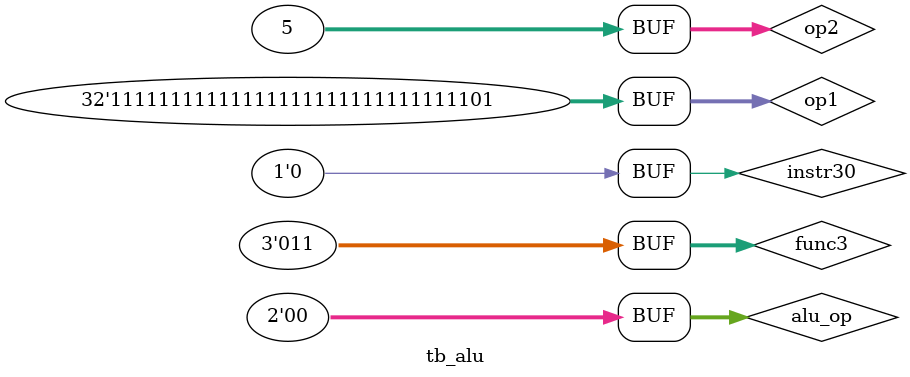
<source format=v>
module tb_alu ();

  reg [31:0] op1 = 4;
  reg [31:0] op2 = 2;
  reg [2:0] func3 = 0;
  reg instr30 = 0;
  reg [1:0] alu_op = 1;
  wire [31:0] alu_out;

  alu uut (
      .op1(op1),
      .op2(op2),
      .func3(func3),
      .instr30(instr30),
      .alu_op(alu_op),
      .alu_out(alu_out)
  );

  initial begin
    $monitor("%d", alu_out);
    $monitor("%b", alu_out);
    #1;
    op1 = 20;
    op2 = -15;
    #1
    instr30 = 1;
    #2;
    op1 = -256;
    op2 = 1;
    func3 = 3'b101;
    #2
    instr30 = 0;
    #2;
    op1 = -3;
    op2 = 5;
    func3 = 2;
    #1;
    func3 = 3;
    #1;
    alu_op = 2;
    #1;
    alu_op = 0;
    #1;

  end
endmodule

</source>
